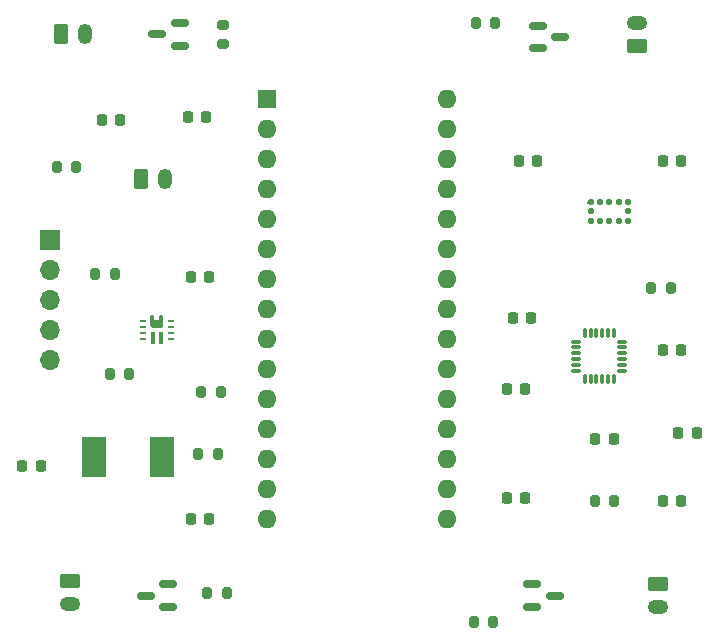
<source format=gbr>
%TF.GenerationSoftware,KiCad,Pcbnew,9.0.0*%
%TF.CreationDate,2025-10-30T20:26:06-05:00*%
%TF.ProjectId,kicad_proj1st,6b696361-645f-4707-926f-6a3173742e6b,rev?*%
%TF.SameCoordinates,Original*%
%TF.FileFunction,Soldermask,Top*%
%TF.FilePolarity,Negative*%
%FSLAX46Y46*%
G04 Gerber Fmt 4.6, Leading zero omitted, Abs format (unit mm)*
G04 Created by KiCad (PCBNEW 9.0.0) date 2025-10-30 20:26:06*
%MOMM*%
%LPD*%
G01*
G04 APERTURE LIST*
G04 Aperture macros list*
%AMRoundRect*
0 Rectangle with rounded corners*
0 $1 Rounding radius*
0 $2 $3 $4 $5 $6 $7 $8 $9 X,Y pos of 4 corners*
0 Add a 4 corners polygon primitive as box body*
4,1,4,$2,$3,$4,$5,$6,$7,$8,$9,$2,$3,0*
0 Add four circle primitives for the rounded corners*
1,1,$1+$1,$2,$3*
1,1,$1+$1,$4,$5*
1,1,$1+$1,$6,$7*
1,1,$1+$1,$8,$9*
0 Add four rect primitives between the rounded corners*
20,1,$1+$1,$2,$3,$4,$5,0*
20,1,$1+$1,$4,$5,$6,$7,0*
20,1,$1+$1,$6,$7,$8,$9,0*
20,1,$1+$1,$8,$9,$2,$3,0*%
G04 Aperture macros list end*
%ADD10C,0.100000*%
%ADD11RoundRect,0.200000X0.200000X0.275000X-0.200000X0.275000X-0.200000X-0.275000X0.200000X-0.275000X0*%
%ADD12RoundRect,0.150000X-0.587500X-0.150000X0.587500X-0.150000X0.587500X0.150000X-0.587500X0.150000X0*%
%ADD13RoundRect,0.037500X-0.087500X-0.462500X0.087500X-0.462500X0.087500X0.462500X-0.087500X0.462500X0*%
%ADD14RoundRect,0.062000X-0.438000X-0.248000X0.438000X-0.248000X0.438000X0.248000X-0.438000X0.248000X0*%
%ADD15RoundRect,0.062500X-0.212500X-0.062500X0.212500X-0.062500X0.212500X0.062500X-0.212500X0.062500X0*%
%ADD16RoundRect,0.042000X-0.133000X-0.458000X0.133000X-0.458000X0.133000X0.458000X-0.133000X0.458000X0*%
%ADD17RoundRect,0.062500X0.212500X0.062500X-0.212500X0.062500X-0.212500X-0.062500X0.212500X-0.062500X0*%
%ADD18RoundRect,0.250000X0.625000X-0.350000X0.625000X0.350000X-0.625000X0.350000X-0.625000X-0.350000X0*%
%ADD19O,1.750000X1.200000*%
%ADD20RoundRect,0.075000X-0.350000X-0.075000X0.350000X-0.075000X0.350000X0.075000X-0.350000X0.075000X0*%
%ADD21RoundRect,0.075000X0.075000X-0.350000X0.075000X0.350000X-0.075000X0.350000X-0.075000X-0.350000X0*%
%ADD22RoundRect,0.200000X-0.200000X-0.275000X0.200000X-0.275000X0.200000X0.275000X-0.200000X0.275000X0*%
%ADD23RoundRect,0.225000X-0.225000X-0.250000X0.225000X-0.250000X0.225000X0.250000X-0.225000X0.250000X0*%
%ADD24RoundRect,0.200000X0.275000X-0.200000X0.275000X0.200000X-0.275000X0.200000X-0.275000X-0.200000X0*%
%ADD25RoundRect,0.250000X-0.625000X0.350000X-0.625000X-0.350000X0.625000X-0.350000X0.625000X0.350000X0*%
%ADD26R,1.700000X1.700000*%
%ADD27O,1.700000X1.700000*%
%ADD28RoundRect,0.150000X0.587500X0.150000X-0.587500X0.150000X-0.587500X-0.150000X0.587500X-0.150000X0*%
%ADD29R,1.600000X1.600000*%
%ADD30O,1.600000X1.600000*%
%ADD31RoundRect,0.250000X-0.350000X-0.625000X0.350000X-0.625000X0.350000X0.625000X-0.350000X0.625000X0*%
%ADD32O,1.200000X1.750000*%
%ADD33RoundRect,0.062500X-0.127500X-0.062500X0.127500X-0.062500X0.127500X0.062500X-0.127500X0.062500X0*%
%ADD34RoundRect,0.125000X-0.125000X-0.125000X0.125000X-0.125000X0.125000X0.125000X-0.125000X0.125000X0*%
%ADD35R,2.000000X3.400000*%
G04 APERTURE END LIST*
D10*
%TO.C,U3*%
X63625000Y-68730000D02*
G75*
G02*
X63525000Y-68630000I-1J99999D01*
G01*
X64125000Y-68630000D02*
G75*
G02*
X64025000Y-68730000I-100000J0D01*
G01*
%TD*%
D11*
%TO.C,R4*%
X69750000Y-91750000D03*
X68100000Y-91750000D03*
%TD*%
D12*
%TO.C,Q3*%
X95625000Y-91050000D03*
X95625000Y-92950000D03*
X97500000Y-92000000D03*
%TD*%
D11*
%TO.C,R10*%
X61500000Y-73250000D03*
X59850000Y-73250000D03*
%TD*%
D13*
%TO.C,U3*%
X63450000Y-68800000D03*
D14*
X63825000Y-68990000D03*
D13*
X64200000Y-68800000D03*
D15*
X62650000Y-68750000D03*
X62650000Y-69250000D03*
X62650000Y-69750000D03*
X62650000Y-70250000D03*
D16*
X63475000Y-70200000D03*
X64175000Y-70200000D03*
D17*
X65000000Y-70250000D03*
X65000000Y-69750000D03*
X65000000Y-69250000D03*
X65000000Y-68750000D03*
%TD*%
D18*
%TO.C,J3*%
X104500000Y-45500000D03*
D19*
X104500000Y-43500000D03*
%TD*%
D20*
%TO.C,U1*%
X99350000Y-70500000D03*
X99350000Y-71000000D03*
X99350000Y-71500000D03*
X99350000Y-72000000D03*
X99350000Y-72500000D03*
X99350000Y-73000000D03*
D21*
X100050000Y-73700000D03*
X100550000Y-73700000D03*
X101050000Y-73700000D03*
X101550000Y-73700000D03*
X102050000Y-73700000D03*
X102550000Y-73700000D03*
D20*
X103250000Y-73000000D03*
X103250000Y-72500000D03*
X103250000Y-72000000D03*
X103250000Y-71500000D03*
X103250000Y-71000000D03*
X103250000Y-70500000D03*
D21*
X102550000Y-69800000D03*
X102050000Y-69800000D03*
X101550000Y-69800000D03*
X101050000Y-69800000D03*
X100550000Y-69800000D03*
X100050000Y-69800000D03*
%TD*%
D22*
%TO.C,R6*%
X100925000Y-84000000D03*
X102575000Y-84000000D03*
%TD*%
D12*
%TO.C,Q1*%
X96125000Y-43750000D03*
X96125000Y-45650000D03*
X98000000Y-44700000D03*
%TD*%
D23*
%TO.C,C6*%
X94450000Y-55250000D03*
X96000000Y-55250000D03*
%TD*%
D24*
%TO.C,R2*%
X69425000Y-45325000D03*
X69425000Y-43675000D03*
%TD*%
D25*
%TO.C,J5*%
X106250000Y-91000000D03*
D19*
X106250000Y-93000000D03*
%TD*%
D22*
%TO.C,R5*%
X105675000Y-66000000D03*
X107325000Y-66000000D03*
%TD*%
%TO.C,R11*%
X55350000Y-55750000D03*
X57000000Y-55750000D03*
%TD*%
D26*
%TO.C,J2*%
X54750000Y-61920000D03*
D27*
X54750000Y-64460000D03*
X54750000Y-67000000D03*
X54750000Y-69540000D03*
X54750000Y-72080000D03*
%TD*%
D28*
%TO.C,Q2*%
X65750000Y-45450000D03*
X65750000Y-43550000D03*
X63875000Y-44500000D03*
%TD*%
D23*
%TO.C,C14*%
X106700000Y-84000000D03*
X108250000Y-84000000D03*
%TD*%
D22*
%TO.C,R1*%
X90850000Y-43500000D03*
X92500000Y-43500000D03*
%TD*%
D29*
%TO.C,A2*%
X73140000Y-49950000D03*
D30*
X73140000Y-52490000D03*
X73140000Y-55030000D03*
X73140000Y-57570000D03*
X73140000Y-60110000D03*
X73140000Y-62650000D03*
X73140000Y-65190000D03*
X73140000Y-67730000D03*
X73140000Y-70270000D03*
X73140000Y-72810000D03*
X73140000Y-75350000D03*
X73140000Y-77890000D03*
X73140000Y-80430000D03*
X73140000Y-82970000D03*
X73140000Y-85510000D03*
X88380000Y-85510000D03*
X88380000Y-82970000D03*
X88380000Y-80430000D03*
X88380000Y-77890000D03*
X88380000Y-75350000D03*
X88380000Y-72810000D03*
X88380000Y-70270000D03*
X88380000Y-67730000D03*
X88380000Y-65190000D03*
X88380000Y-62650000D03*
X88380000Y-60110000D03*
X88380000Y-57570000D03*
X88380000Y-55030000D03*
X88380000Y-52490000D03*
X88380000Y-49950000D03*
%TD*%
D22*
%TO.C,R7*%
X67350000Y-80000000D03*
X69000000Y-80000000D03*
%TD*%
D23*
%TO.C,C12*%
X59200000Y-51750000D03*
X60750000Y-51750000D03*
%TD*%
%TO.C,C7*%
X66450000Y-51500000D03*
X68000000Y-51500000D03*
%TD*%
D22*
%TO.C,R9*%
X67600000Y-74750000D03*
X69250000Y-74750000D03*
%TD*%
D28*
%TO.C,Q4*%
X64750000Y-92950000D03*
X64750000Y-91050000D03*
X62875000Y-92000000D03*
%TD*%
D23*
%TO.C,C8*%
X66700000Y-65000000D03*
X68250000Y-65000000D03*
%TD*%
%TO.C,C4*%
X93450000Y-74500000D03*
X95000000Y-74500000D03*
%TD*%
%TO.C,C5*%
X106700000Y-55250000D03*
X108250000Y-55250000D03*
%TD*%
D22*
%TO.C,R8*%
X58600000Y-64750000D03*
X60250000Y-64750000D03*
%TD*%
D23*
%TO.C,C11*%
X52450000Y-81000000D03*
X54000000Y-81000000D03*
%TD*%
%TO.C,C1*%
X100950000Y-78750000D03*
X102500000Y-78750000D03*
%TD*%
D25*
%TO.C,J6*%
X56500000Y-90750000D03*
D19*
X56500000Y-92750000D03*
%TD*%
D23*
%TO.C,C10*%
X66700000Y-85500000D03*
X68250000Y-85500000D03*
%TD*%
D22*
%TO.C,R3*%
X90675000Y-94250000D03*
X92325000Y-94250000D03*
%TD*%
D31*
%TO.C,J1*%
X62500000Y-56750000D03*
D32*
X64500000Y-56750000D03*
%TD*%
D23*
%TO.C,C13*%
X107975000Y-78250000D03*
X109525000Y-78250000D03*
%TD*%
%TO.C,C3*%
X93950000Y-68500000D03*
X95500000Y-68500000D03*
%TD*%
%TO.C,C2*%
X106700000Y-71250000D03*
X108250000Y-71250000D03*
%TD*%
D33*
%TO.C,U2*%
X100410000Y-58775000D03*
D34*
X100550000Y-58650000D03*
X101350000Y-58650000D03*
X102150000Y-58650000D03*
X102950000Y-58650000D03*
X103750000Y-58650000D03*
X103750000Y-59450000D03*
X103750000Y-60250000D03*
X102950000Y-60250000D03*
X102150000Y-60250000D03*
X101350000Y-60250000D03*
X100550000Y-60250000D03*
X100550000Y-59450000D03*
%TD*%
D23*
%TO.C,C9*%
X93450000Y-83750000D03*
X95000000Y-83750000D03*
%TD*%
D35*
%TO.C,L1*%
X58550000Y-80250000D03*
X64250000Y-80250000D03*
%TD*%
D31*
%TO.C,J4*%
X55750000Y-44500000D03*
D32*
X57750000Y-44500000D03*
%TD*%
M02*

</source>
